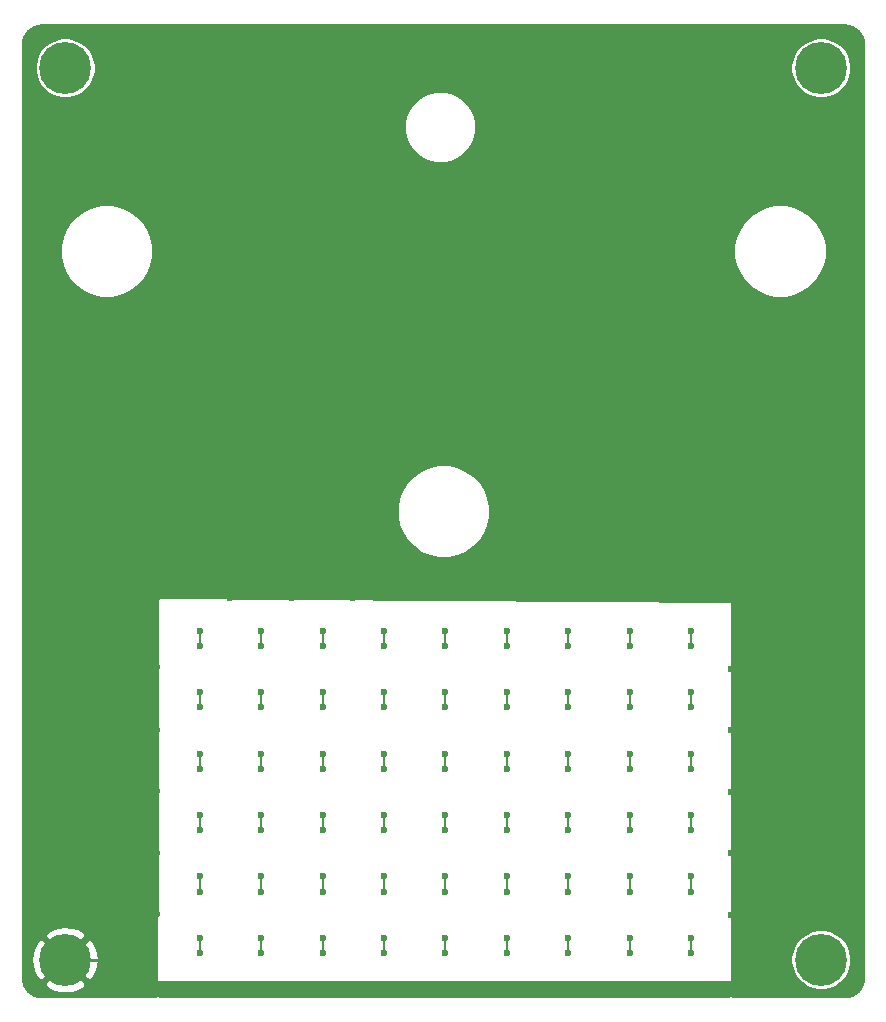
<source format=gbr>
G04 #@! TF.GenerationSoftware,KiCad,Pcbnew,5.1.5+dfsg1-2build2*
G04 #@! TF.CreationDate,2021-03-23T21:39:09+09:00*
G04 #@! TF.ProjectId,MTCH6102_breakout,4d544348-3631-4303-925f-627265616b6f,rev?*
G04 #@! TF.SameCoordinates,Original*
G04 #@! TF.FileFunction,Copper,L1,Top*
G04 #@! TF.FilePolarity,Positive*
%FSLAX46Y46*%
G04 Gerber Fmt 4.6, Leading zero omitted, Abs format (unit mm)*
G04 Created by KiCad (PCBNEW 5.1.5+dfsg1-2build2) date 2021-03-23 21:39:09*
%MOMM*%
%LPD*%
G04 APERTURE LIST*
%ADD10C,0.700000*%
%ADD11C,4.400000*%
%ADD12C,0.600000*%
%ADD13C,0.250000*%
%ADD14C,0.153000*%
%ADD15C,0.254000*%
G04 APERTURE END LIST*
D10*
X97166726Y-63333274D03*
X96000000Y-62850000D03*
X94833274Y-63333274D03*
X94350000Y-64500000D03*
X94833274Y-65666726D03*
X96000000Y-66150000D03*
X97166726Y-65666726D03*
X97650000Y-64500000D03*
D11*
X96000000Y-64500000D03*
X160000000Y-140000000D03*
D10*
X161650000Y-140000000D03*
X161166726Y-141166726D03*
X160000000Y-141650000D03*
X158833274Y-141166726D03*
X158350000Y-140000000D03*
X158833274Y-138833274D03*
X160000000Y-138350000D03*
X161166726Y-138833274D03*
X161166726Y-63333274D03*
X160000000Y-62850000D03*
X158833274Y-63333274D03*
X158350000Y-64500000D03*
X158833274Y-65666726D03*
X160000000Y-66150000D03*
X161166726Y-65666726D03*
X161650000Y-64500000D03*
D11*
X160000000Y-64500000D03*
D10*
X97166726Y-138833274D03*
X96000000Y-138350000D03*
X94833274Y-138833274D03*
X94350000Y-140000000D03*
X94833274Y-141166726D03*
X96000000Y-141650000D03*
X97166726Y-141166726D03*
X97650000Y-140000000D03*
D11*
X96000000Y-140000000D03*
D12*
X133400000Y-139450000D03*
X133399997Y-138149997D03*
X133400000Y-123850000D03*
X133400000Y-129050000D03*
X133398310Y-112156196D03*
X133400000Y-113450000D03*
X133400000Y-117350000D03*
X133400000Y-118650000D03*
X133400000Y-122550000D03*
X133400000Y-127750000D03*
X133400000Y-132950000D03*
X133400000Y-134250000D03*
X128200000Y-132950000D03*
X128200000Y-134250000D03*
X128199997Y-138149997D03*
X128200000Y-139450000D03*
X128200000Y-112150000D03*
X128200000Y-113450000D03*
X128200000Y-117350000D03*
X128200000Y-118650000D03*
X128200000Y-122550000D03*
X128200000Y-123850000D03*
X128200000Y-127750000D03*
X128200000Y-129050000D03*
X123000000Y-132950000D03*
X123000000Y-139450000D03*
X122999997Y-138149997D03*
X123000000Y-134250000D03*
X123000000Y-112150000D03*
X123000000Y-127750000D03*
X123000000Y-123850000D03*
X123000000Y-122550000D03*
X123000000Y-118650000D03*
X123000000Y-117350000D03*
X123000000Y-113450000D03*
X123000000Y-129050000D03*
X117800000Y-139450000D03*
X117800000Y-129050000D03*
X117800000Y-132950000D03*
X117800000Y-134250000D03*
X117799997Y-138149997D03*
X117800000Y-127750000D03*
X117800000Y-123850000D03*
X117800000Y-113450000D03*
X117800000Y-112150000D03*
X117800000Y-122550000D03*
X117800000Y-118650000D03*
X117800000Y-117350000D03*
X112600000Y-139450000D03*
X112599997Y-138149997D03*
X112600000Y-134250000D03*
X112600000Y-132950000D03*
X112600000Y-127750000D03*
X112600000Y-123850000D03*
X112600000Y-122550000D03*
X112600000Y-118650000D03*
X112600000Y-117350000D03*
X112600000Y-113450000D03*
X112600000Y-112150000D03*
X112600000Y-129050000D03*
X107400000Y-134250000D03*
X107400000Y-139450000D03*
X107400000Y-132950000D03*
X107399997Y-138149997D03*
X107400000Y-127750000D03*
X107400000Y-123850000D03*
X107400000Y-122550000D03*
X107400000Y-118650000D03*
X107400000Y-117350000D03*
X107400000Y-112150000D03*
X107400000Y-129050000D03*
X107400000Y-113450000D03*
X149000000Y-113450000D03*
X149000000Y-112150000D03*
X149000000Y-132950000D03*
X149000000Y-134250000D03*
X148999997Y-138149997D03*
X149000000Y-139450000D03*
X149000000Y-117350000D03*
X149000000Y-118650000D03*
X149000000Y-122550000D03*
X149000000Y-123850000D03*
X149000000Y-127750000D03*
X149000000Y-129050000D03*
X143800000Y-139450000D03*
X143799997Y-138149997D03*
X143800000Y-122550000D03*
X143800000Y-123850000D03*
X143800000Y-112150000D03*
X143800000Y-129050000D03*
X143800000Y-127750000D03*
X143800000Y-134250000D03*
X143800000Y-132950000D03*
X143800000Y-113450000D03*
X143800000Y-117350000D03*
X143800000Y-118650000D03*
X138600000Y-129050000D03*
X138600000Y-132950000D03*
X138600000Y-134250000D03*
X138599997Y-138149997D03*
X138600000Y-139450000D03*
X138600000Y-127750000D03*
X138600000Y-123850000D03*
X138600000Y-122550000D03*
X138600000Y-118650000D03*
X138600000Y-113450000D03*
X138600000Y-112150000D03*
X138600000Y-117350000D03*
X125600000Y-109399500D03*
X130807000Y-109399500D03*
X152397000Y-115432000D03*
X152397000Y-120575500D03*
X152397000Y-125782500D03*
X152350000Y-130989500D03*
X152350000Y-136196500D03*
X103756000Y-142102000D03*
X125600000Y-142102000D03*
X130807000Y-142102000D03*
X136014000Y-142102000D03*
X141157500Y-142102000D03*
X146364500Y-142102000D03*
X152270000Y-142102000D03*
X103750000Y-120600000D03*
X103750000Y-115199994D03*
X103750000Y-130999998D03*
X103750000Y-125725000D03*
X103750000Y-136133000D03*
X109979000Y-109399500D03*
X115186000Y-109399500D03*
X120393000Y-109399500D03*
X103750000Y-109372002D03*
X115249500Y-142102000D03*
X120456500Y-142102000D03*
X110042500Y-142102000D03*
X136014000Y-109399500D03*
X141221000Y-109399500D03*
X146364500Y-109399500D03*
X114850000Y-84800000D03*
X116850000Y-92800000D03*
X110350000Y-92800000D03*
X114850000Y-78550000D03*
X121100000Y-84800000D03*
X152350000Y-109399500D03*
D13*
X133399997Y-138149997D02*
X133400000Y-138150000D01*
X133450000Y-129099992D02*
X133400000Y-129149992D01*
D14*
X133399997Y-138149997D02*
X133399997Y-139449997D01*
X133400000Y-138149994D02*
X133399997Y-138149997D01*
X133400000Y-122550000D02*
X133400000Y-123850000D01*
X133400000Y-113450000D02*
X133400000Y-112157886D01*
D13*
X133400000Y-129149992D02*
X133400000Y-129050000D01*
D14*
X133400000Y-117350000D02*
X133400000Y-118650000D01*
X133400000Y-127750000D02*
X133400000Y-129050000D01*
X133400000Y-132950000D02*
X133400000Y-134250000D01*
X133400000Y-132950000D02*
X133400000Y-134250000D01*
D13*
X128250000Y-129099992D02*
X128200000Y-129149992D01*
X128200000Y-129149992D02*
X128200000Y-129050000D01*
X128199997Y-138149997D02*
X128200000Y-138150000D01*
D14*
X128200000Y-132950000D02*
X128200000Y-134250000D01*
X128200000Y-138149994D02*
X128199997Y-138149997D01*
X128200000Y-112150000D02*
X128200000Y-113450000D01*
X128200000Y-117350000D02*
X128200000Y-118650000D01*
X128200000Y-122550000D02*
X128200000Y-123850000D01*
X128200000Y-127750000D02*
X128200000Y-129050000D01*
X128199997Y-139449997D02*
X128200000Y-139450000D01*
X128199997Y-138149997D02*
X128199997Y-139449997D01*
D13*
X122999997Y-138149997D02*
X123000000Y-138150000D01*
D14*
X123000000Y-132950000D02*
X123000000Y-134250000D01*
D13*
X123050000Y-129099992D02*
X123000000Y-129149992D01*
D14*
X123000000Y-127750000D02*
X123000000Y-129050000D01*
X122999997Y-138149997D02*
X122999997Y-139449997D01*
X123000000Y-138149994D02*
X122999997Y-138149997D01*
X123000000Y-122550000D02*
X123000000Y-123850000D01*
X123000000Y-112150000D02*
X123000000Y-113450000D01*
D13*
X123000000Y-129149992D02*
X123000000Y-129050000D01*
D14*
X123000000Y-117650000D02*
X123000000Y-118350000D01*
X123000000Y-117350000D02*
X123000000Y-117650000D01*
X123000000Y-118650000D02*
X123000000Y-118350000D01*
X117799997Y-138149997D02*
X117799997Y-139449997D01*
X117800000Y-132950000D02*
X117800000Y-134250000D01*
D13*
X117850000Y-129099992D02*
X117800000Y-129149992D01*
X117800000Y-129149992D02*
X117800000Y-129050000D01*
X117799997Y-138149997D02*
X117800000Y-138150000D01*
D14*
X117800000Y-138149994D02*
X117799997Y-138149997D01*
X117800000Y-132950000D02*
X117800000Y-134250000D01*
X117800000Y-122550000D02*
X117800000Y-123850000D01*
X117800000Y-127750000D02*
X117800000Y-129050000D01*
X117800000Y-117350000D02*
X117800000Y-118650000D01*
X117800000Y-112150000D02*
X117800000Y-113450000D01*
D13*
X112650000Y-129099992D02*
X112600000Y-129149992D01*
D14*
X112600000Y-127750000D02*
X112600000Y-129050000D01*
X112599997Y-138149997D02*
X112599997Y-139449997D01*
X112600000Y-138149994D02*
X112599997Y-138149997D01*
D13*
X112599997Y-138149997D02*
X112600000Y-138150000D01*
D14*
X112600000Y-132950000D02*
X112600000Y-134250000D01*
X112600000Y-122550000D02*
X112600000Y-123850000D01*
X112600000Y-117350000D02*
X112600000Y-118650000D01*
X112600000Y-112150000D02*
X112600000Y-113450000D01*
D13*
X112600000Y-129149992D02*
X112600000Y-129050000D01*
D14*
X107400000Y-138149994D02*
X107399997Y-138149997D01*
X107400000Y-132950000D02*
X107400000Y-134250000D01*
X107399997Y-138149997D02*
X107399997Y-139449997D01*
D13*
X107400000Y-129149992D02*
X107450000Y-129099992D01*
X107399997Y-138149997D02*
X107400000Y-138150000D01*
X107400000Y-129149992D02*
X107400000Y-129050000D01*
D14*
X107400000Y-122550000D02*
X107400000Y-123850000D01*
X107400000Y-117350000D02*
X107400000Y-118650000D01*
X107400000Y-129050000D02*
X107400000Y-127750000D01*
X107400000Y-112150000D02*
X107400000Y-113450000D01*
X149000000Y-112150000D02*
X149000000Y-113450000D01*
D13*
X149050000Y-129099992D02*
X149000000Y-129149992D01*
X149000000Y-129149992D02*
X149000000Y-129050000D01*
X148999997Y-138149997D02*
X149000000Y-138150000D01*
D14*
X148999997Y-138149997D02*
X148999997Y-139449997D01*
X149000000Y-132950000D02*
X149000000Y-134250000D01*
X149000000Y-138149994D02*
X148999997Y-138149997D01*
X149000000Y-117350000D02*
X149000000Y-118650000D01*
X149000000Y-122550000D02*
X149000000Y-123850000D01*
X149000000Y-129050000D02*
X149000000Y-127750000D01*
D13*
X143799997Y-138149997D02*
X143800000Y-138150000D01*
X143800000Y-129149992D02*
X143800000Y-129050000D01*
X143850000Y-129099992D02*
X143800000Y-129149992D01*
D14*
X143800000Y-138149994D02*
X143799997Y-138149997D01*
X143799997Y-138149997D02*
X143799997Y-139449997D01*
X143800000Y-117350000D02*
X143800000Y-118650000D01*
X143800000Y-122550000D02*
X143800000Y-123850000D01*
X143800000Y-127750000D02*
X143800000Y-129050000D01*
X143800000Y-132950000D02*
X143800000Y-134250000D01*
X143800000Y-112150000D02*
X143800000Y-113450000D01*
D13*
X138650000Y-129099992D02*
X138600000Y-129149992D01*
X138600000Y-129149992D02*
X138600000Y-129050000D01*
X138599997Y-138149997D02*
X138600000Y-138150000D01*
D14*
X138600000Y-132950000D02*
X138600000Y-134250000D01*
X138600000Y-138149994D02*
X138599997Y-138149997D01*
X138599997Y-138149997D02*
X138599997Y-139449997D01*
X138600000Y-134250000D02*
X138600000Y-132950000D01*
X138600000Y-122550000D02*
X138600000Y-123850000D01*
X138600000Y-117350000D02*
X138600000Y-118650000D01*
X138600000Y-112150000D02*
X138600000Y-113450000D01*
X138600000Y-129050000D02*
X138600000Y-127750000D01*
D13*
X103750000Y-130999998D02*
X103750000Y-115199994D01*
X103750000Y-130999998D02*
X103750000Y-136133000D01*
X103750000Y-115199994D02*
X103750000Y-109372002D01*
X99883000Y-140000000D02*
X103750000Y-136133000D01*
X96000000Y-140000000D02*
X99883000Y-140000000D01*
X98102000Y-142102000D02*
X96000000Y-140000000D01*
X152270000Y-142102000D02*
X98102000Y-142102000D01*
D15*
G36*
X162309229Y-60938267D02*
G01*
X162606688Y-61028075D01*
X162881028Y-61173945D01*
X163121813Y-61370325D01*
X163319873Y-61609736D01*
X163467654Y-61883053D01*
X163559535Y-62179872D01*
X163594001Y-62507792D01*
X163594000Y-141480146D01*
X163561733Y-141809230D01*
X163471926Y-142106684D01*
X163326056Y-142381025D01*
X163129675Y-142621813D01*
X162890265Y-142819871D01*
X162616948Y-142967654D01*
X162320128Y-143059535D01*
X161992218Y-143094000D01*
X152477000Y-143094000D01*
X152477000Y-139745794D01*
X157419000Y-139745794D01*
X157419000Y-140254206D01*
X157518187Y-140752850D01*
X157712748Y-141222562D01*
X157995207Y-141645291D01*
X158354709Y-142004793D01*
X158777438Y-142287252D01*
X159247150Y-142481813D01*
X159745794Y-142581000D01*
X160254206Y-142581000D01*
X160752850Y-142481813D01*
X161222562Y-142287252D01*
X161645291Y-142004793D01*
X162004793Y-141645291D01*
X162287252Y-141222562D01*
X162481813Y-140752850D01*
X162581000Y-140254206D01*
X162581000Y-139745794D01*
X162481813Y-139247150D01*
X162287252Y-138777438D01*
X162004793Y-138354709D01*
X161645291Y-137995207D01*
X161222562Y-137712748D01*
X160752850Y-137518187D01*
X160254206Y-137419000D01*
X159745794Y-137419000D01*
X159247150Y-137518187D01*
X158777438Y-137712748D01*
X158354709Y-137995207D01*
X157995207Y-138354709D01*
X157712748Y-138777438D01*
X157518187Y-139247150D01*
X157419000Y-139745794D01*
X152477000Y-139745794D01*
X152477000Y-109800000D01*
X152474560Y-109775224D01*
X152467333Y-109751399D01*
X152455597Y-109729443D01*
X152439803Y-109710197D01*
X152420557Y-109694403D01*
X152398601Y-109682667D01*
X152374776Y-109675440D01*
X152351047Y-109673004D01*
X103851047Y-109273004D01*
X103826252Y-109275240D01*
X103802369Y-109282270D01*
X103780316Y-109293825D01*
X103760941Y-109309460D01*
X103744989Y-109328574D01*
X103733072Y-109350433D01*
X103725649Y-109374197D01*
X103723000Y-109400000D01*
X103723000Y-143094000D01*
X94019854Y-143094000D01*
X93690770Y-143061733D01*
X93393316Y-142971926D01*
X93118975Y-142826056D01*
X92878187Y-142629675D01*
X92680129Y-142390265D01*
X92532346Y-142116948D01*
X92492980Y-141989775D01*
X94189830Y-141989775D01*
X94429976Y-142377018D01*
X94923877Y-142637641D01*
X95459133Y-142796901D01*
X96015174Y-142848678D01*
X96570632Y-142790981D01*
X97104161Y-142626028D01*
X97570024Y-142377018D01*
X97810170Y-141989775D01*
X96000000Y-140179605D01*
X94189830Y-141989775D01*
X92492980Y-141989775D01*
X92440465Y-141820128D01*
X92406000Y-141492218D01*
X92406000Y-140015174D01*
X93151322Y-140015174D01*
X93209019Y-140570632D01*
X93373972Y-141104161D01*
X93622982Y-141570024D01*
X94010225Y-141810170D01*
X95820395Y-140000000D01*
X96179605Y-140000000D01*
X97989775Y-141810170D01*
X98377018Y-141570024D01*
X98637641Y-141076123D01*
X98796901Y-140540867D01*
X98848678Y-139984826D01*
X98790981Y-139429368D01*
X98626028Y-138895839D01*
X98377018Y-138429976D01*
X97989775Y-138189830D01*
X96179605Y-140000000D01*
X95820395Y-140000000D01*
X94010225Y-138189830D01*
X93622982Y-138429976D01*
X93362359Y-138923877D01*
X93203099Y-139459133D01*
X93151322Y-140015174D01*
X92406000Y-140015174D01*
X92406000Y-138010225D01*
X94189830Y-138010225D01*
X96000000Y-139820395D01*
X97810170Y-138010225D01*
X97570024Y-137622982D01*
X97076123Y-137362359D01*
X96540867Y-137203099D01*
X95984826Y-137151322D01*
X95429368Y-137209019D01*
X94895839Y-137373972D01*
X94429976Y-137622982D01*
X94189830Y-138010225D01*
X92406000Y-138010225D01*
X92406000Y-101643784D01*
X124068146Y-101643784D01*
X124068146Y-102423216D01*
X124220205Y-103187672D01*
X124518481Y-103907773D01*
X124951510Y-104555848D01*
X125502652Y-105106990D01*
X126150727Y-105540019D01*
X126870828Y-105838295D01*
X127635284Y-105990354D01*
X128414716Y-105990354D01*
X129179172Y-105838295D01*
X129899273Y-105540019D01*
X130547348Y-105106990D01*
X131098490Y-104555848D01*
X131531519Y-103907773D01*
X131829795Y-103187672D01*
X131981854Y-102423216D01*
X131981854Y-101643784D01*
X131829795Y-100879328D01*
X131531519Y-100159227D01*
X131098490Y-99511152D01*
X130547348Y-98960010D01*
X129899273Y-98526981D01*
X129179172Y-98228705D01*
X128414716Y-98076646D01*
X127635284Y-98076646D01*
X126870828Y-98228705D01*
X126150727Y-98526981D01*
X125502652Y-98960010D01*
X124951510Y-99511152D01*
X124518481Y-100159227D01*
X124220205Y-100879328D01*
X124068146Y-101643784D01*
X92406000Y-101643784D01*
X92406000Y-79609284D01*
X95556646Y-79609284D01*
X95556646Y-80388716D01*
X95708705Y-81153172D01*
X96006981Y-81873273D01*
X96440010Y-82521348D01*
X96991152Y-83072490D01*
X97639227Y-83505519D01*
X98359328Y-83803795D01*
X99123784Y-83955854D01*
X99903216Y-83955854D01*
X100667672Y-83803795D01*
X101387773Y-83505519D01*
X102035848Y-83072490D01*
X102586990Y-82521348D01*
X103020019Y-81873273D01*
X103318295Y-81153172D01*
X103470354Y-80388716D01*
X103470354Y-79609284D01*
X152579646Y-79609284D01*
X152579646Y-80388716D01*
X152731705Y-81153172D01*
X153029981Y-81873273D01*
X153463010Y-82521348D01*
X154014152Y-83072490D01*
X154662227Y-83505519D01*
X155382328Y-83803795D01*
X156146784Y-83955854D01*
X156926216Y-83955854D01*
X157690672Y-83803795D01*
X158410773Y-83505519D01*
X159058848Y-83072490D01*
X159609990Y-82521348D01*
X160043019Y-81873273D01*
X160341295Y-81153172D01*
X160493354Y-80388716D01*
X160493354Y-79609284D01*
X160341295Y-78844828D01*
X160043019Y-78124727D01*
X159609990Y-77476652D01*
X159058848Y-76925510D01*
X158410773Y-76492481D01*
X157690672Y-76194205D01*
X156926216Y-76042146D01*
X156146784Y-76042146D01*
X155382328Y-76194205D01*
X154662227Y-76492481D01*
X154014152Y-76925510D01*
X153463010Y-77476652D01*
X153029981Y-78124727D01*
X152731705Y-78844828D01*
X152579646Y-79609284D01*
X103470354Y-79609284D01*
X103318295Y-78844828D01*
X103020019Y-78124727D01*
X102586990Y-77476652D01*
X102035848Y-76925510D01*
X101387773Y-76492481D01*
X100667672Y-76194205D01*
X99903216Y-76042146D01*
X99123784Y-76042146D01*
X98359328Y-76194205D01*
X97639227Y-76492481D01*
X96991152Y-76925510D01*
X96440010Y-77476652D01*
X96006981Y-78124727D01*
X95708705Y-78844828D01*
X95556646Y-79609284D01*
X92406000Y-79609284D01*
X92406000Y-69198499D01*
X124688812Y-69198499D01*
X124688812Y-69801501D01*
X124806452Y-70392916D01*
X125037210Y-70950016D01*
X125372220Y-71451394D01*
X125798606Y-71877780D01*
X126299984Y-72212790D01*
X126857084Y-72443548D01*
X127448499Y-72561188D01*
X128051501Y-72561188D01*
X128642916Y-72443548D01*
X129200016Y-72212790D01*
X129701394Y-71877780D01*
X130127780Y-71451394D01*
X130462790Y-70950016D01*
X130693548Y-70392916D01*
X130811188Y-69801501D01*
X130811188Y-69198499D01*
X130693548Y-68607084D01*
X130462790Y-68049984D01*
X130127780Y-67548606D01*
X129701394Y-67122220D01*
X129200016Y-66787210D01*
X128642916Y-66556452D01*
X128051501Y-66438812D01*
X127448499Y-66438812D01*
X126857084Y-66556452D01*
X126299984Y-66787210D01*
X125798606Y-67122220D01*
X125372220Y-67548606D01*
X125037210Y-68049984D01*
X124806452Y-68607084D01*
X124688812Y-69198499D01*
X92406000Y-69198499D01*
X92406000Y-64245794D01*
X93419000Y-64245794D01*
X93419000Y-64754206D01*
X93518187Y-65252850D01*
X93712748Y-65722562D01*
X93995207Y-66145291D01*
X94354709Y-66504793D01*
X94777438Y-66787252D01*
X95247150Y-66981813D01*
X95745794Y-67081000D01*
X96254206Y-67081000D01*
X96752850Y-66981813D01*
X97222562Y-66787252D01*
X97645291Y-66504793D01*
X98004793Y-66145291D01*
X98287252Y-65722562D01*
X98481813Y-65252850D01*
X98581000Y-64754206D01*
X98581000Y-64245794D01*
X157419000Y-64245794D01*
X157419000Y-64754206D01*
X157518187Y-65252850D01*
X157712748Y-65722562D01*
X157995207Y-66145291D01*
X158354709Y-66504793D01*
X158777438Y-66787252D01*
X159247150Y-66981813D01*
X159745794Y-67081000D01*
X160254206Y-67081000D01*
X160752850Y-66981813D01*
X161222562Y-66787252D01*
X161645291Y-66504793D01*
X162004793Y-66145291D01*
X162287252Y-65722562D01*
X162481813Y-65252850D01*
X162581000Y-64754206D01*
X162581000Y-64245794D01*
X162481813Y-63747150D01*
X162287252Y-63277438D01*
X162004793Y-62854709D01*
X161645291Y-62495207D01*
X161222562Y-62212748D01*
X160752850Y-62018187D01*
X160254206Y-61919000D01*
X159745794Y-61919000D01*
X159247150Y-62018187D01*
X158777438Y-62212748D01*
X158354709Y-62495207D01*
X157995207Y-62854709D01*
X157712748Y-63277438D01*
X157518187Y-63747150D01*
X157419000Y-64245794D01*
X98581000Y-64245794D01*
X98481813Y-63747150D01*
X98287252Y-63277438D01*
X98004793Y-62854709D01*
X97645291Y-62495207D01*
X97222562Y-62212748D01*
X96752850Y-62018187D01*
X96254206Y-61919000D01*
X95745794Y-61919000D01*
X95247150Y-62018187D01*
X94777438Y-62212748D01*
X94354709Y-62495207D01*
X93995207Y-62854709D01*
X93712748Y-63277438D01*
X93518187Y-63747150D01*
X93419000Y-64245794D01*
X92406000Y-64245794D01*
X92406000Y-62519854D01*
X92438267Y-62190771D01*
X92528075Y-61893312D01*
X92673945Y-61618972D01*
X92870325Y-61378187D01*
X93109736Y-61180127D01*
X93383053Y-61032346D01*
X93679872Y-60940465D01*
X94007782Y-60906000D01*
X161980146Y-60906000D01*
X162309229Y-60938267D01*
G37*
X162309229Y-60938267D02*
X162606688Y-61028075D01*
X162881028Y-61173945D01*
X163121813Y-61370325D01*
X163319873Y-61609736D01*
X163467654Y-61883053D01*
X163559535Y-62179872D01*
X163594001Y-62507792D01*
X163594000Y-141480146D01*
X163561733Y-141809230D01*
X163471926Y-142106684D01*
X163326056Y-142381025D01*
X163129675Y-142621813D01*
X162890265Y-142819871D01*
X162616948Y-142967654D01*
X162320128Y-143059535D01*
X161992218Y-143094000D01*
X152477000Y-143094000D01*
X152477000Y-139745794D01*
X157419000Y-139745794D01*
X157419000Y-140254206D01*
X157518187Y-140752850D01*
X157712748Y-141222562D01*
X157995207Y-141645291D01*
X158354709Y-142004793D01*
X158777438Y-142287252D01*
X159247150Y-142481813D01*
X159745794Y-142581000D01*
X160254206Y-142581000D01*
X160752850Y-142481813D01*
X161222562Y-142287252D01*
X161645291Y-142004793D01*
X162004793Y-141645291D01*
X162287252Y-141222562D01*
X162481813Y-140752850D01*
X162581000Y-140254206D01*
X162581000Y-139745794D01*
X162481813Y-139247150D01*
X162287252Y-138777438D01*
X162004793Y-138354709D01*
X161645291Y-137995207D01*
X161222562Y-137712748D01*
X160752850Y-137518187D01*
X160254206Y-137419000D01*
X159745794Y-137419000D01*
X159247150Y-137518187D01*
X158777438Y-137712748D01*
X158354709Y-137995207D01*
X157995207Y-138354709D01*
X157712748Y-138777438D01*
X157518187Y-139247150D01*
X157419000Y-139745794D01*
X152477000Y-139745794D01*
X152477000Y-109800000D01*
X152474560Y-109775224D01*
X152467333Y-109751399D01*
X152455597Y-109729443D01*
X152439803Y-109710197D01*
X152420557Y-109694403D01*
X152398601Y-109682667D01*
X152374776Y-109675440D01*
X152351047Y-109673004D01*
X103851047Y-109273004D01*
X103826252Y-109275240D01*
X103802369Y-109282270D01*
X103780316Y-109293825D01*
X103760941Y-109309460D01*
X103744989Y-109328574D01*
X103733072Y-109350433D01*
X103725649Y-109374197D01*
X103723000Y-109400000D01*
X103723000Y-143094000D01*
X94019854Y-143094000D01*
X93690770Y-143061733D01*
X93393316Y-142971926D01*
X93118975Y-142826056D01*
X92878187Y-142629675D01*
X92680129Y-142390265D01*
X92532346Y-142116948D01*
X92492980Y-141989775D01*
X94189830Y-141989775D01*
X94429976Y-142377018D01*
X94923877Y-142637641D01*
X95459133Y-142796901D01*
X96015174Y-142848678D01*
X96570632Y-142790981D01*
X97104161Y-142626028D01*
X97570024Y-142377018D01*
X97810170Y-141989775D01*
X96000000Y-140179605D01*
X94189830Y-141989775D01*
X92492980Y-141989775D01*
X92440465Y-141820128D01*
X92406000Y-141492218D01*
X92406000Y-140015174D01*
X93151322Y-140015174D01*
X93209019Y-140570632D01*
X93373972Y-141104161D01*
X93622982Y-141570024D01*
X94010225Y-141810170D01*
X95820395Y-140000000D01*
X96179605Y-140000000D01*
X97989775Y-141810170D01*
X98377018Y-141570024D01*
X98637641Y-141076123D01*
X98796901Y-140540867D01*
X98848678Y-139984826D01*
X98790981Y-139429368D01*
X98626028Y-138895839D01*
X98377018Y-138429976D01*
X97989775Y-138189830D01*
X96179605Y-140000000D01*
X95820395Y-140000000D01*
X94010225Y-138189830D01*
X93622982Y-138429976D01*
X93362359Y-138923877D01*
X93203099Y-139459133D01*
X93151322Y-140015174D01*
X92406000Y-140015174D01*
X92406000Y-138010225D01*
X94189830Y-138010225D01*
X96000000Y-139820395D01*
X97810170Y-138010225D01*
X97570024Y-137622982D01*
X97076123Y-137362359D01*
X96540867Y-137203099D01*
X95984826Y-137151322D01*
X95429368Y-137209019D01*
X94895839Y-137373972D01*
X94429976Y-137622982D01*
X94189830Y-138010225D01*
X92406000Y-138010225D01*
X92406000Y-101643784D01*
X124068146Y-101643784D01*
X124068146Y-102423216D01*
X124220205Y-103187672D01*
X124518481Y-103907773D01*
X124951510Y-104555848D01*
X125502652Y-105106990D01*
X126150727Y-105540019D01*
X126870828Y-105838295D01*
X127635284Y-105990354D01*
X128414716Y-105990354D01*
X129179172Y-105838295D01*
X129899273Y-105540019D01*
X130547348Y-105106990D01*
X131098490Y-104555848D01*
X131531519Y-103907773D01*
X131829795Y-103187672D01*
X131981854Y-102423216D01*
X131981854Y-101643784D01*
X131829795Y-100879328D01*
X131531519Y-100159227D01*
X131098490Y-99511152D01*
X130547348Y-98960010D01*
X129899273Y-98526981D01*
X129179172Y-98228705D01*
X128414716Y-98076646D01*
X127635284Y-98076646D01*
X126870828Y-98228705D01*
X126150727Y-98526981D01*
X125502652Y-98960010D01*
X124951510Y-99511152D01*
X124518481Y-100159227D01*
X124220205Y-100879328D01*
X124068146Y-101643784D01*
X92406000Y-101643784D01*
X92406000Y-79609284D01*
X95556646Y-79609284D01*
X95556646Y-80388716D01*
X95708705Y-81153172D01*
X96006981Y-81873273D01*
X96440010Y-82521348D01*
X96991152Y-83072490D01*
X97639227Y-83505519D01*
X98359328Y-83803795D01*
X99123784Y-83955854D01*
X99903216Y-83955854D01*
X100667672Y-83803795D01*
X101387773Y-83505519D01*
X102035848Y-83072490D01*
X102586990Y-82521348D01*
X103020019Y-81873273D01*
X103318295Y-81153172D01*
X103470354Y-80388716D01*
X103470354Y-79609284D01*
X152579646Y-79609284D01*
X152579646Y-80388716D01*
X152731705Y-81153172D01*
X153029981Y-81873273D01*
X153463010Y-82521348D01*
X154014152Y-83072490D01*
X154662227Y-83505519D01*
X155382328Y-83803795D01*
X156146784Y-83955854D01*
X156926216Y-83955854D01*
X157690672Y-83803795D01*
X158410773Y-83505519D01*
X159058848Y-83072490D01*
X159609990Y-82521348D01*
X160043019Y-81873273D01*
X160341295Y-81153172D01*
X160493354Y-80388716D01*
X160493354Y-79609284D01*
X160341295Y-78844828D01*
X160043019Y-78124727D01*
X159609990Y-77476652D01*
X159058848Y-76925510D01*
X158410773Y-76492481D01*
X157690672Y-76194205D01*
X156926216Y-76042146D01*
X156146784Y-76042146D01*
X155382328Y-76194205D01*
X154662227Y-76492481D01*
X154014152Y-76925510D01*
X153463010Y-77476652D01*
X153029981Y-78124727D01*
X152731705Y-78844828D01*
X152579646Y-79609284D01*
X103470354Y-79609284D01*
X103318295Y-78844828D01*
X103020019Y-78124727D01*
X102586990Y-77476652D01*
X102035848Y-76925510D01*
X101387773Y-76492481D01*
X100667672Y-76194205D01*
X99903216Y-76042146D01*
X99123784Y-76042146D01*
X98359328Y-76194205D01*
X97639227Y-76492481D01*
X96991152Y-76925510D01*
X96440010Y-77476652D01*
X96006981Y-78124727D01*
X95708705Y-78844828D01*
X95556646Y-79609284D01*
X92406000Y-79609284D01*
X92406000Y-69198499D01*
X124688812Y-69198499D01*
X124688812Y-69801501D01*
X124806452Y-70392916D01*
X125037210Y-70950016D01*
X125372220Y-71451394D01*
X125798606Y-71877780D01*
X126299984Y-72212790D01*
X126857084Y-72443548D01*
X127448499Y-72561188D01*
X128051501Y-72561188D01*
X128642916Y-72443548D01*
X129200016Y-72212790D01*
X129701394Y-71877780D01*
X130127780Y-71451394D01*
X130462790Y-70950016D01*
X130693548Y-70392916D01*
X130811188Y-69801501D01*
X130811188Y-69198499D01*
X130693548Y-68607084D01*
X130462790Y-68049984D01*
X130127780Y-67548606D01*
X129701394Y-67122220D01*
X129200016Y-66787210D01*
X128642916Y-66556452D01*
X128051501Y-66438812D01*
X127448499Y-66438812D01*
X126857084Y-66556452D01*
X126299984Y-66787210D01*
X125798606Y-67122220D01*
X125372220Y-67548606D01*
X125037210Y-68049984D01*
X124806452Y-68607084D01*
X124688812Y-69198499D01*
X92406000Y-69198499D01*
X92406000Y-64245794D01*
X93419000Y-64245794D01*
X93419000Y-64754206D01*
X93518187Y-65252850D01*
X93712748Y-65722562D01*
X93995207Y-66145291D01*
X94354709Y-66504793D01*
X94777438Y-66787252D01*
X95247150Y-66981813D01*
X95745794Y-67081000D01*
X96254206Y-67081000D01*
X96752850Y-66981813D01*
X97222562Y-66787252D01*
X97645291Y-66504793D01*
X98004793Y-66145291D01*
X98287252Y-65722562D01*
X98481813Y-65252850D01*
X98581000Y-64754206D01*
X98581000Y-64245794D01*
X157419000Y-64245794D01*
X157419000Y-64754206D01*
X157518187Y-65252850D01*
X157712748Y-65722562D01*
X157995207Y-66145291D01*
X158354709Y-66504793D01*
X158777438Y-66787252D01*
X159247150Y-66981813D01*
X159745794Y-67081000D01*
X160254206Y-67081000D01*
X160752850Y-66981813D01*
X161222562Y-66787252D01*
X161645291Y-66504793D01*
X162004793Y-66145291D01*
X162287252Y-65722562D01*
X162481813Y-65252850D01*
X162581000Y-64754206D01*
X162581000Y-64245794D01*
X162481813Y-63747150D01*
X162287252Y-63277438D01*
X162004793Y-62854709D01*
X161645291Y-62495207D01*
X161222562Y-62212748D01*
X160752850Y-62018187D01*
X160254206Y-61919000D01*
X159745794Y-61919000D01*
X159247150Y-62018187D01*
X158777438Y-62212748D01*
X158354709Y-62495207D01*
X157995207Y-62854709D01*
X157712748Y-63277438D01*
X157518187Y-63747150D01*
X157419000Y-64245794D01*
X98581000Y-64245794D01*
X98481813Y-63747150D01*
X98287252Y-63277438D01*
X98004793Y-62854709D01*
X97645291Y-62495207D01*
X97222562Y-62212748D01*
X96752850Y-62018187D01*
X96254206Y-61919000D01*
X95745794Y-61919000D01*
X95247150Y-62018187D01*
X94777438Y-62212748D01*
X94354709Y-62495207D01*
X93995207Y-62854709D01*
X93712748Y-63277438D01*
X93518187Y-63747150D01*
X93419000Y-64245794D01*
X92406000Y-64245794D01*
X92406000Y-62519854D01*
X92438267Y-62190771D01*
X92528075Y-61893312D01*
X92673945Y-61618972D01*
X92870325Y-61378187D01*
X93109736Y-61180127D01*
X93383053Y-61032346D01*
X93679872Y-60940465D01*
X94007782Y-60906000D01*
X161980146Y-60906000D01*
X162309229Y-60938267D01*
G36*
X152223000Y-143094000D02*
G01*
X103977000Y-143094000D01*
X103977000Y-141927000D01*
X152223000Y-141927000D01*
X152223000Y-143094000D01*
G37*
X152223000Y-143094000D02*
X103977000Y-143094000D01*
X103977000Y-141927000D01*
X152223000Y-141927000D01*
X152223000Y-143094000D01*
M02*

</source>
